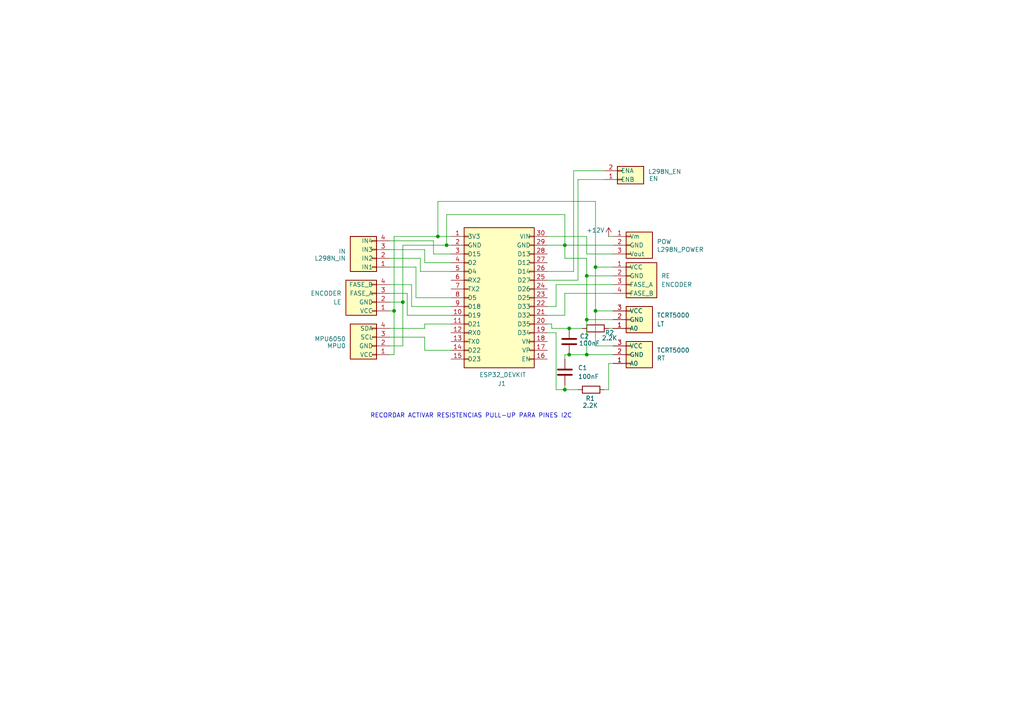
<source format=kicad_sch>
(kicad_sch (version 20250114) (generator "eeschema") (generator_version "9.0")
  (paper "A4")
  (lib_symbols
    (symbol "Conn_01x03_1" (pin_names (offset 1.016))
      (property "Reference" "POW1" (at 7.62 1.016 0))
      (property "Value" "L298N_POWER" (at 7.62 -1.27 0))
      (symbol "Conn_01x03_1_1_1"
        (rectangle (start -1.27 3.81) (end 6.35 -3.81) (stroke (width 0.254)) (fill (type background)))
        (rectangle (start -1.27 2.667) (end 0 2.413) (stroke (width 0.1524)))
        (rectangle (start -1.27 0.127) (end 0 -0.127) (stroke (width 0.1524)))
        (rectangle (start -1.27 -2.413) (end 0 -2.667) (stroke (width 0.1524)))
        (pin output line (at -5.08 2.54 0) (length 3.81) (name "A0") (number "1"))
        (pin power_out line (at -5.08 0 0) (length 3.81) (name "GND") (number "2"))
        (pin power_in line (at -5.08 -2.54 0) (length 3.81) (name "VCC") (number "3"))
      )
    )
    (symbol "Conn_01x04_1" (pin_names (offset 1.016))
      (property "Reference" "MPU6050" (at -4.572 -17.526 90))
      (property "Value" "~" (at -6.35 -17.78 90))
      (symbol "Conn_01x04_1_1_1"
        (rectangle (start -8.89 -6.35) (end -1.27 -16.51) (stroke (width 0.254)) (fill (type background)))
        (rectangle (start -8.89 -7.493) (end -7.62 -7.747) (stroke (width 0.1524)))
        (rectangle (start -8.89 -10.033) (end -7.62 -10.287) (stroke (width 0.1524)))
        (rectangle (start -8.89 -12.573) (end -7.62 -12.827) (stroke (width 0.1524)))
        (rectangle (start -8.89 -15.113) (end -7.62 -15.367) (stroke (width 0.1524)))
        (pin power_in line (at -12.7 -7.62 0) (length 3.81) (name "VCC") (number "1"))
        (pin passive line (at -12.7 -10.16 0) (length 3.81) (name "GND") (number "2"))
        (pin passive line (at -12.7 -12.7 0) (length 3.81) (name "SCL") (number "3"))
        (pin passive line (at -12.7 -15.24 0) (length 3.81) (name "SDA") (number "4"))
      )
    )
    (symbol "Conn_01x04_2" (pin_names (offset 1.016))
      (property "Reference" "REncoder" (at 7.62 -0.6349 0))
      (property "Value" "~" (at 7.62 -2.54 0))
      (symbol "Conn_01x04_2_1_1"
        (rectangle (start -1.27 3.81) (end 7.62 -6.35) (stroke (width 0.254)) (fill (type background)))
        (rectangle (start -1.27 2.667) (end 0 2.413) (stroke (width 0.1524)))
        (rectangle (start -1.27 0.127) (end 0 -0.127) (stroke (width 0.1524)))
        (rectangle (start -1.27 -2.413) (end 0 -2.667) (stroke (width 0.1524)))
        (rectangle (start -1.27 -4.953) (end 0 -5.207) (stroke (width 0.1524)))
        (pin power_in line (at -5.08 2.54 0) (length 3.81) (name "VCC") (number "1"))
        (pin passive line (at -5.08 0 0) (length 3.81) (name "GND") (number "2"))
        (pin passive line (at -5.08 -2.54 0) (length 3.81) (name "FASE_A") (number "3"))
        (pin passive line (at -5.08 -5.08 0) (length 3.81) (name "FASE_B") (number "4"))
      )
    )
    (symbol "Conn_01x04_3" (pin_names (offset 1.016))
      (property "Reference" "MPU6051" (at 0 -12.192 0))
      (property "Value" "MPU0" (at 0 -10.16 0))
      (symbol "Conn_01x04_3_1_1"
        (rectangle (start -8.89 -6.35) (end -1.27 -16.51) (stroke (width 0.254)) (fill (type background)))
        (rectangle (start -8.89 -7.493) (end -7.62 -7.747) (stroke (width 0.1524)))
        (rectangle (start -8.89 -10.033) (end -7.62 -10.287) (stroke (width 0.1524)))
        (rectangle (start -8.89 -12.573) (end -7.62 -12.827) (stroke (width 0.1524)))
        (rectangle (start -8.89 -15.113) (end -7.62 -15.367) (stroke (width 0.1524)))
        (pin input line (at -12.7 -7.62 0) (length 3.81) (name "IN1") (number "1"))
        (pin input line (at -12.7 -10.16 0) (length 3.81) (name "IN2") (number "2"))
        (pin input line (at -12.7 -12.7 0) (length 3.81) (name "IN3") (number "3"))
        (pin input line (at -12.7 -15.24 0) (length 3.81) (name "IN4") (number "4"))
      )
    )
    (symbol "Connector_Generic:Conn_01x02" (pin_names (offset 1.016))
      (property "Reference" "EN" (at 7.874 -0.254 0))
      (property "Value" "L298N_EN" (at 7.62 -2.286 0))
      (symbol "Conn_01x02_1_1"
        (rectangle (start -1.27 1.27) (end 6.35 -3.81) (stroke (width 0.254)) (fill (type background)))
        (rectangle (start -1.27 0.127) (end 0 -0.127) (stroke (width 0.1524)))
        (rectangle (start -1.27 -2.413) (end 0 -2.667) (stroke (width 0.1524)))
        (pin input line (at -5.08 0 0) (length 3.81) (name "ENB") (number "1"))
        (pin input line (at -5.08 -2.54 0) (length 3.81) (name "ENA") (number "2"))
      )
    )
    (symbol "Connector_Generic:Conn_01x03" (pin_names (offset 1.016))
      (property "Reference" "J1" (at 7.62 1.016 0))
      (property "Value" "Conn_01x03" (at 7.62 -1.27 0))
      (symbol "Conn_01x03_1_1"
        (rectangle (start -1.27 3.81) (end 6.35 -3.81) (stroke (width 0.254)) (fill (type background)))
        (rectangle (start -1.27 2.667) (end 0 2.413) (stroke (width 0.1524)))
        (rectangle (start -1.27 0.127) (end 0 -0.127) (stroke (width 0.1524)))
        (rectangle (start -1.27 -2.413) (end 0 -2.667) (stroke (width 0.1524)))
        (pin power_in line (at -5.08 2.54 0) (length 3.81) (name "Vm") (number "1"))
        (pin passive line (at -5.08 0 0) (length 3.81) (name "GND") (number "2"))
        (pin power_out line (at -5.08 -2.54 0) (length 3.81) (name "Vout") (number "3"))
      )
    )
    (symbol "Connector_Generic:Conn_02x15_Counter_Clockwise" (pin_names (offset 1.016))
      (property "Reference" "J1" (at 7.62 24.892 0))
      (property "Value" "ESP32_DEVKIT" (at 8.128 22.352 0))
      (symbol "Conn_02x15_Counter_Clockwise_1_1"
        (rectangle (start -1.27 20.32) (end 19.05 -20.32) (stroke (width 0.254)) (fill (type background)))
        (rectangle (start -1.27 17.907) (end 0 17.653) (stroke (width 0.1524)))
        (rectangle (start -1.27 15.367) (end 0 15.113) (stroke (width 0.1524)))
        (rectangle (start -1.27 12.827) (end 0 12.573) (stroke (width 0.1524)))
        (rectangle (start -1.27 10.287) (end 0 10.033) (stroke (width 0.1524)))
        (rectangle (start -1.27 7.747) (end 0 7.493) (stroke (width 0.1524)))
        (rectangle (start -1.27 5.207) (end 0 4.953) (stroke (width 0.1524)))
        (rectangle (start -1.27 2.667) (end 0 2.413) (stroke (width 0.1524)))
        (rectangle (start -1.27 0.127) (end 0 -0.127) (stroke (width 0.1524)))
        (rectangle (start -1.27 -2.413) (end 0 -2.667) (stroke (width 0.1524)))
        (rectangle (start -1.27 -4.953) (end 0 -5.207) (stroke (width 0.1524)))
        (rectangle (start -1.27 -7.493) (end 0 -7.747) (stroke (width 0.1524)))
        (rectangle (start -1.27 -10.033) (end 0 -10.287) (stroke (width 0.1524)))
        (rectangle (start -1.27 -12.573) (end 0 -12.827) (stroke (width 0.1524)))
        (rectangle (start -1.27 -15.113) (end 0 -15.367) (stroke (width 0.1524)))
        (rectangle (start -1.27 -17.653) (end 0 -17.907) (stroke (width 0.1524)))
        (rectangle (start 17.78 17.907) (end 19.05 17.653) (stroke (width 0.1524)))
        (rectangle (start 19.05 15.367) (end 17.78 15.113) (stroke (width 0.1524)))
        (rectangle (start 19.05 12.827) (end 17.78 12.573) (stroke (width 0.1524)))
        (rectangle (start 19.05 10.287) (end 17.78 10.033) (stroke (width 0.1524)))
        (rectangle (start 19.05 7.747) (end 17.78 7.493) (stroke (width 0.1524)))
        (rectangle (start 19.05 5.207) (end 17.78 4.953) (stroke (width 0.1524)))
        (rectangle (start 19.05 2.667) (end 17.78 2.413) (stroke (width 0.1524)))
        (rectangle (start 19.05 0.127) (end 17.78 -0.127) (stroke (width 0.1524)))
        (rectangle (start 19.05 -2.413) (end 17.78 -2.667) (stroke (width 0.1524)))
        (rectangle (start 19.05 -4.953) (end 17.78 -5.207) (stroke (width 0.1524)))
        (rectangle (start 19.05 -7.493) (end 17.78 -7.747) (stroke (width 0.1524)))
        (rectangle (start 19.05 -10.033) (end 17.78 -10.287) (stroke (width 0.1524)))
        (rectangle (start 19.05 -12.573) (end 17.78 -12.827) (stroke (width 0.1524)))
        (rectangle (start 19.05 -15.113) (end 17.78 -15.367) (stroke (width 0.1524)))
        (rectangle (start 19.05 -17.653) (end 17.78 -17.907) (stroke (width 0.1524)))
        (pin output line (at -5.08 17.78 0) (length 3.81) (name "3V3") (number "1"))
        (pin power_in line (at -5.08 15.24 0) (length 3.81) (name "GND") (number "2"))
        (pin bidirectional line (at -5.08 12.7 0) (length 3.81) (name "D15") (number "3"))
        (pin bidirectional line (at -5.08 10.16 0) (length 3.81) (name "D2") (number "4"))
        (pin bidirectional line (at -5.08 7.62 0) (length 3.81) (name "D4") (number "5"))
        (pin input line (at -5.08 5.08 0) (length 3.81) (name "RX2") (number "6"))
        (pin output line (at -5.08 2.54 0) (length 3.81) (name "TX2") (number "7"))
        (pin bidirectional line (at -5.08 0 0) (length 3.81) (name "D5") (number "8"))
        (pin bidirectional line (at -5.08 -2.54 0) (length 3.81) (name "D18") (number "9"))
        (pin bidirectional line (at -5.08 -5.08 0) (length 3.81) (name "D19") (number "10"))
        (pin bidirectional line (at -5.08 -7.62 0) (length 3.81) (name "D21") (number "11"))
        (pin input line (at -5.08 -10.16 0) (length 3.81) (name "RX0") (number "12"))
        (pin output line (at -5.08 -12.7 0) (length 3.81) (name "TX0") (number "13"))
        (pin bidirectional line (at -5.08 -15.24 0) (length 3.81) (name "D22") (number "14"))
        (pin bidirectional line (at -5.08 -17.78 0) (length 3.81) (name "D23") (number "15"))
        (pin input line (at 22.86 17.78 180) (length 3.81) (name "VIN") (number "30"))
        (pin power_in line (at 22.86 15.24 180) (length 3.81) (name "GND") (number "29"))
        (pin bidirectional line (at 22.86 12.7 180) (length 3.81) (name "D13") (number "28"))
        (pin bidirectional line (at 22.86 10.16 180) (length 3.81) (name "D12") (number "27"))
        (pin bidirectional line (at 22.86 7.62 180) (length 3.81) (name "D14") (number "26"))
        (pin bidirectional line (at 22.86 5.08 180) (length 3.81) (name "D27") (number "25"))
        (pin bidirectional line (at 22.86 2.54 180) (length 3.81) (name "D26") (number "24"))
        (pin bidirectional line (at 22.86 0 180) (length 3.81) (name "D25") (number "23"))
        (pin bidirectional line (at 22.86 -2.54 180) (length 3.81) (name "D33") (number "22"))
        (pin bidirectional line (at 22.86 -5.08 180) (length 3.81) (name "D32") (number "21"))
        (pin bidirectional line (at 22.86 -7.62 180) (length 3.81) (name "D35") (number "20"))
        (pin bidirectional line (at 22.86 -10.16 180) (length 3.81) (name "D34") (number "19"))
        (pin bidirectional line (at 22.86 -12.7 180) (length 3.81) (name "VN") (number "18"))
        (pin bidirectional line (at 22.86 -15.24 180) (length 3.81) (name "VP") (number "17"))
        (pin input line (at 22.86 -17.78 180) (length 3.81) (name "EN") (number "16"))
      )
    )
    (symbol "Device:C" (pin_numbers (hide yes)) (pin_names (offset 0.254))
      (property "Reference" "C" (at 0.635 2.54 0))
      (property "Value" "C" (at 0.635 -2.54 0))
      (symbol "C_0_1"
        (polyline (pts (xy -2.032 0.762) (xy 2.032 0.762)) (stroke (width 0.508)))
        (polyline (pts (xy -2.032 -0.762) (xy 2.032 -0.762)) (stroke (width 0.508)))
      )
      (symbol "C_1_1"
        (pin passive line (at 0 3.81 270) (length 2.794) (name "~") (number "1"))
        (pin passive line (at 0 -3.81 90) (length 2.794) (name "~") (number "2"))
      )
    )
    (symbol "Device:R" (pin_numbers (hide yes)) (pin_names (offset 0))
      (property "Reference" "R" (at 2.032 0 90))
      (property "Value" "R" (at 0 0 90))
      (symbol "R_0_1"
        (rectangle (start -1.016 -2.54) (end 1.016 2.54) (stroke (width 0.254)))
      )
      (symbol "R_1_1"
        (pin passive line (at 0 3.81 270) (length 1.27) (name "~") (number "1"))
        (pin passive line (at 0 -3.81 90) (length 1.27) (name "~") (number "2"))
      )
    )
    (symbol "power:+12V" (power) (pin_numbers (hide yes)) (pin_names (offset 0) (hide yes))
      (property "Value" "+12V" (at 0 3.556 0))
      (symbol "+12V_0_1"
        (polyline (pts (xy -0.762 1.27) (xy 0 2.54)))
        (polyline (pts (xy 0 2.54) (xy 0.762 1.27)))
        (polyline (pts (xy 0 0) (xy 0 2.54)))
      )
      (symbol "+12V_1_1"
        (pin power_in line (at 0 0 90) (length 0) (name "~") (number "1"))
      )
    )
  )
  (text "RECORDAR ACTIVAR RESISTENCIAS PULL-UP PARA PINES I2C\n" (at 136.652 120.65 0) (effects (font (size 1.27 1.27))))
  (junction (at 170.18 92.71))
  (junction (at 172.72 90.17))
  (junction (at 170.18 102.87))
  (junction (at 127 68.58))
  (junction (at 114.3 90.17))
  (junction (at 163.83 71.12))
  (junction (at 172.72 77.47))
  (junction (at 129.54 71.12))
  (junction (at 170.18 80.01))
  (junction (at 165.1 95.25))
  (junction (at 163.83 113.03))
  (junction (at 165.1 102.87))
  (junction (at 116.84 87.63))
  (wire (pts (xy 123.19 101.6) (xy 130.81 101.6)))
  (wire (pts (xy 114.3 68.58) (xy 114.3 90.17)))
  (wire (pts (xy 163.83 111.76) (xy 163.83 113.03)))
  (wire (pts (xy 175.26 113.03) (xy 176.53 113.03)))
  (wire (pts (xy 121.92 74.93) (xy 121.92 78.74)))
  (wire (pts (xy 129.54 62.23) (xy 163.83 62.23)))
  (wire (pts (xy 119.38 88.9) (xy 130.81 88.9)))
  (wire (pts (xy 170.18 74.93) (xy 170.18 80.01)))
  (wire (pts (xy 166.37 49.53) (xy 175.26 49.53)))
  (wire (pts (xy 166.37 49.53) (xy 166.37 78.74)))
  (wire (pts (xy 125.73 73.66) (xy 130.81 73.66)))
  (wire (pts (xy 177.8 100.33) (xy 172.72 100.33)))
  (wire (pts (xy 176.53 105.41) (xy 177.8 105.41)))
  (wire (pts (xy 167.64 52.07) (xy 175.26 52.07)))
  (wire (pts (xy 163.83 71.12) (xy 177.8 71.12)))
  (wire (pts (xy 176.53 105.41) (xy 176.53 113.03)))
  (wire (pts (xy 177.8 85.09) (xy 163.83 85.09)))
  (wire (pts (xy 123.19 72.39) (xy 123.19 76.2)))
  (wire (pts (xy 113.03 72.39) (xy 123.19 72.39)))
  (wire (pts (xy 118.11 85.09) (xy 118.11 91.44)))
  (wire (pts (xy 113.03 77.47) (xy 120.65 77.47)))
  (wire (pts (xy 163.83 85.09) (xy 163.83 91.44)))
  (wire (pts (xy 113.03 85.09) (xy 118.11 85.09)))
  (wire (pts (xy 123.19 97.79) (xy 123.19 101.6)))
  (wire (pts (xy 170.18 102.87) (xy 170.18 92.71)))
  (wire (pts (xy 161.29 96.52) (xy 158.75 96.52)))
  (wire (pts (xy 113.03 95.25) (xy 123.19 95.25)))
  (wire (pts (xy 161.29 88.9) (xy 158.75 88.9)))
  (wire (pts (xy 125.73 69.85) (xy 125.73 73.66)))
  (wire (pts (xy 127 68.58) (xy 130.81 68.58)))
  (wire (pts (xy 120.65 86.36) (xy 130.81 86.36)))
  (wire (pts (xy 123.19 76.2) (xy 130.81 76.2)))
  (wire (pts (xy 119.38 82.55) (xy 119.38 88.9)))
  (wire (pts (xy 114.3 68.58) (xy 127 68.58)))
  (wire (pts (xy 170.18 102.87) (xy 177.8 102.87)))
  (wire (pts (xy 170.18 73.66) (xy 170.18 68.58)))
  (wire (pts (xy 118.11 91.44) (xy 130.81 91.44)))
  (wire (pts (xy 165.1 95.25) (xy 168.91 95.25)))
  (wire (pts (xy 172.72 77.47) (xy 172.72 90.17)))
  (wire (pts (xy 163.83 104.14) (xy 163.83 102.87)))
  (wire (pts (xy 123.19 93.98) (xy 130.81 93.98)))
  (wire (pts (xy 123.19 95.25) (xy 123.19 93.98)))
  (wire (pts (xy 172.72 58.42) (xy 172.72 77.47)))
  (wire (pts (xy 165.1 102.87) (xy 170.18 102.87)))
  (wire (pts (xy 170.18 80.01) (xy 177.8 80.01)))
  (wire (pts (xy 116.84 71.12) (xy 129.54 71.12)))
  (wire (pts (xy 129.54 71.12) (xy 129.54 62.23)))
  (wire (pts (xy 160.02 93.98) (xy 158.75 93.98)))
  (wire (pts (xy 172.72 77.47) (xy 177.8 77.47)))
  (wire (pts (xy 170.18 92.71) (xy 177.8 92.71)))
  (wire (pts (xy 116.84 87.63) (xy 116.84 100.33)))
  (wire (pts (xy 163.83 62.23) (xy 163.83 71.12)))
  (wire (pts (xy 176.53 95.25) (xy 177.8 95.25)))
  (wire (pts (xy 158.75 71.12) (xy 163.83 71.12)))
  (wire (pts (xy 177.8 90.17) (xy 172.72 90.17)))
  (wire (pts (xy 170.18 68.58) (xy 158.75 68.58)))
  (wire (pts (xy 177.8 73.66) (xy 170.18 73.66)))
  (wire (pts (xy 166.37 78.74) (xy 158.75 78.74)))
  (wire (pts (xy 113.03 97.79) (xy 123.19 97.79)))
  (wire (pts (xy 172.72 100.33) (xy 172.72 90.17)))
  (wire (pts (xy 113.03 74.93) (xy 121.92 74.93)))
  (wire (pts (xy 161.29 113.03) (xy 161.29 96.52)))
  (wire (pts (xy 170.18 80.01) (xy 170.18 92.71)))
  (wire (pts (xy 163.83 113.03) (xy 167.64 113.03)))
  (wire (pts (xy 163.83 71.12) (xy 163.83 74.93)))
  (wire (pts (xy 113.03 102.87) (xy 114.3 102.87)))
  (wire (pts (xy 120.65 77.47) (xy 120.65 86.36)))
  (wire (pts (xy 160.02 95.25) (xy 165.1 95.25)))
  (wire (pts (xy 113.03 69.85) (xy 125.73 69.85)))
  (wire (pts (xy 129.54 71.12) (xy 130.81 71.12)))
  (wire (pts (xy 161.29 113.03) (xy 163.83 113.03)))
  (wire (pts (xy 172.72 58.42) (xy 127 58.42)))
  (wire (pts (xy 113.03 87.63) (xy 116.84 87.63)))
  (wire (pts (xy 160.02 95.25) (xy 160.02 93.98)))
  (wire (pts (xy 163.83 102.87) (xy 165.1 102.87)))
  (wire (pts (xy 161.29 82.55) (xy 177.8 82.55)))
  (wire (pts (xy 113.03 90.17) (xy 114.3 90.17)))
  (wire (pts (xy 163.83 91.44) (xy 158.75 91.44)))
  (wire (pts (xy 161.29 82.55) (xy 161.29 88.9)))
  (wire (pts (xy 127 58.42) (xy 127 68.58)))
  (wire (pts (xy 113.03 82.55) (xy 119.38 82.55)))
  (wire (pts (xy 176.53 68.58) (xy 177.8 68.58)))
  (wire (pts (xy 167.64 52.07) (xy 167.64 81.28)))
  (wire (pts (xy 170.18 74.93) (xy 163.83 74.93)))
  (wire (pts (xy 114.3 90.17) (xy 114.3 102.87)))
  (wire (pts (xy 113.03 100.33) (xy 116.84 100.33)))
  (wire (pts (xy 121.92 78.74) (xy 130.81 78.74)))
  (wire (pts (xy 116.84 71.12) (xy 116.84 87.63)))
  (wire (pts (xy 167.64 81.28) (xy 158.75 81.28)))
  (symbol (lib_id "Connector_Generic:Conn_01x03") (at 182.88 71.12 0) (unit 1)
    (property "Reference" "POW" (at 190.5 70.104 0) (effects (justify left)))
    (property "Value" "L298N_POWER" (at 190.5 72.39 0) (effects (justify left)))
    (property "Description" "Generic connector, single row, 01x03, script generated (kicad-library-utils/schlib/autogen/connector/)" (effects (hide yes)))
  )
  (symbol (lib_id "Device:C") (at 163.83 107.95 0) (unit 1)
    (property "Reference" "C1" (at 167.64 106.6799 0) (effects (justify left)))
    (property "Value" "100nF" (at 167.64 109.2199 0) (effects (justify left)))
    (property "Description" "Unpolarized capacitor" (effects (hide yes)))
  )
  (symbol (lib_name "Conn_01x04_3") (lib_id "Connector_Generic:Conn_01x04") (at 100.33 85.09 180) (unit 1)
    (property "Reference" "IN" (at 100.33 72.898 0) (effects (justify left)))
    (property "Value" "L298N_IN" (at 100.33 74.93 0) (effects (justify left)))
    (property "Description" "Generic connector, single row, 01x04, script generated (kicad-library-utils/schlib/autogen/connector/)" (effects (hide yes)))
  )
  (symbol (lib_name "Conn_01x04_2") (lib_id "Connector_Generic:Conn_01x04") (at 182.88 80.01 0) (unit 1)
    (property "Reference" "RE" (at 191.77 80.0099 0) (effects (justify left)))
    (property "Value" "ENCODER" (at 191.77 82.5499 0) (effects (justify left)))
    (property "Description" "Generic connector, single row, 01x04, script generated (kicad-library-utils/schlib/autogen/connector/)" (effects (hide yes)))
  )
  (symbol (lib_id "Device:R") (at 172.72 95.25 270) (unit 1)
    (property "Reference" "R2" (at 176.784 96.52 90))
    (property "Value" "2.2K" (at 176.784 98.044 90))
    (property "Description" "Resistor" (effects (hide yes)))
  )
  (symbol (lib_id "Connector_Generic:Conn_01x02") (at 180.34 52.07 0) (mirror x) (unit 1)
    (property "Reference" "EN" (at 188.214 51.816 0) (effects (justify left)))
    (property "Value" "L298N_EN" (at 187.96 49.784 0) (effects (justify left)))
    (property "Description" "Generic connector, single row, 01x02, script generated (kicad-library-utils/schlib/autogen/connector/)" (effects (hide yes)))
  )
  (symbol (lib_id "Device:R") (at 171.45 113.03 270) (unit 1)
    (property "Reference" "R1" (at 171.196 115.57 90))
    (property "Value" "2.2K" (at 171.196 117.602 90))
    (property "Description" "Resistor" (effects (hide yes)))
  )
  (symbol (lib_name "Conn_01x03_1") (lib_id "Connector_Generic:Conn_01x03") (at 182.88 102.87 0) (mirror x) (unit 1)
    (property "Reference" "RT" (at 190.5 103.886 0) (effects (justify left)))
    (property "Value" "TCRT5000" (at 190.5 101.6 0) (effects (justify left)))
    (property "Description" "Generic connector, single row, 01x03, script generated (kicad-library-utils/schlib/autogen/connector/)" (effects (hide yes)))
  )
  (symbol (lib_name "Conn_01x03_1") (lib_id "Connector_Generic:Conn_01x03") (at 182.88 92.71 0) (mirror x) (unit 1)
    (property "Reference" "LT" (at 190.5 93.9801 0) (effects (justify left)))
    (property "Value" "TCRT5000" (at 190.5 91.4401 0) (effects (justify left)))
    (property "Description" "Generic connector, single row, 01x03, script generated (kicad-library-utils/schlib/autogen/connector/)" (effects (hide yes)))
  )
  (symbol (lib_name "Conn_01x04_2") (lib_id "Connector_Generic:Conn_01x04") (at 107.95 87.63 180) (unit 1)
    (property "Reference" "LE" (at 99.06 87.6301 0) (effects (justify left)))
    (property "Value" "ENCODER" (at 99.06 85.0901 0) (effects (justify left)))
    (property "Description" "Generic connector, single row, 01x04, script generated (kicad-library-utils/schlib/autogen/connector/)" (effects (hide yes)))
  )
  (symbol (lib_id "power:+12V") (at 176.53 68.58 0) (unit 1)
    (property "Reference" "#PWR01" (effects (hide yes)))
    (property "Value" "+12V" (at 172.72 66.802 0))
    (property "Description" "Power symbol creates a global label with name \"+12V\"" (effects (hide yes)))
  )
  (symbol (lib_name "Conn_01x04_1") (lib_id "Connector_Generic:Conn_01x04") (at 100.33 110.49 180) (unit 1)
    (property "Reference" "MPU6050" (at 100.33 98.298 0) (effects (justify left)))
    (property "Value" "MPU0" (at 100.33 100.33 0) (effects (justify left)))
    (property "Description" "Generic connector, single row, 01x04, script generated (kicad-library-utils/schlib/autogen/connector/)" (effects (hide yes)))
  )
  (symbol (lib_id "Device:C") (at 165.1 99.06 0) (unit 1)
    (property "Reference" "C2" (at 168.148 97.536 0) (effects (justify left)))
    (property "Value" "100nF" (at 167.894 99.568 0) (effects (justify left)))
    (property "Description" "Unpolarized capacitor" (effects (hide yes)))
  )
  (symbol (lib_id "Connector_Generic:Conn_02x15_Counter_Clockwise") (at 135.89 86.36 0) (unit 1)
    (property "Reference" "J1" (at 145.542 111.252 0))
    (property "Value" "ESP32_DEVKIT" (at 145.796 108.712 0))
    (property "Footprint" "Connector_PinHeader_1.00mm:PinHeader_2x15_P1.00mm_Vertical" (effects (hide yes)))
    (property "Description" "Generic connector, double row, 02x15, counter clockwise pin numbering scheme (similar to DIP package numbering), script generated (kicad-library-utils/schlib/autogen/connector/)" (effects (hide yes)))
  )
)
</source>
